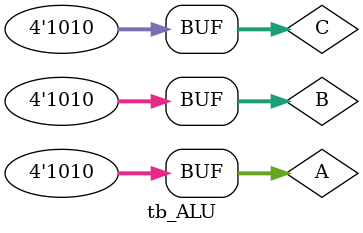
<source format=v>


`timescale 1ns/1ns

module tb_ALU();
reg signed [3:0] A; 
reg signed [3:0] B;
reg  [3:0] C;  
wire signed [7:0] OUT; 

ALU dut(.A(A),.B(B),.C(C),.OUT(OUT));

initial 
begin
A=4'b1011;
B=4'b1011;
C=4'b1010;
#5;
A=4'b0111;
B=4'b0111;
C=4'b1111;
#5;
A=4'b0011;
B=4'b0011;
C=4'b1010;
#5;
A=4'b1000;
B=4'b1000;
C=4'b1111;
#5;
A=4'b1010;
B=4'b1010;
C=4'b1010;
#5;

end

endmodule
</source>
